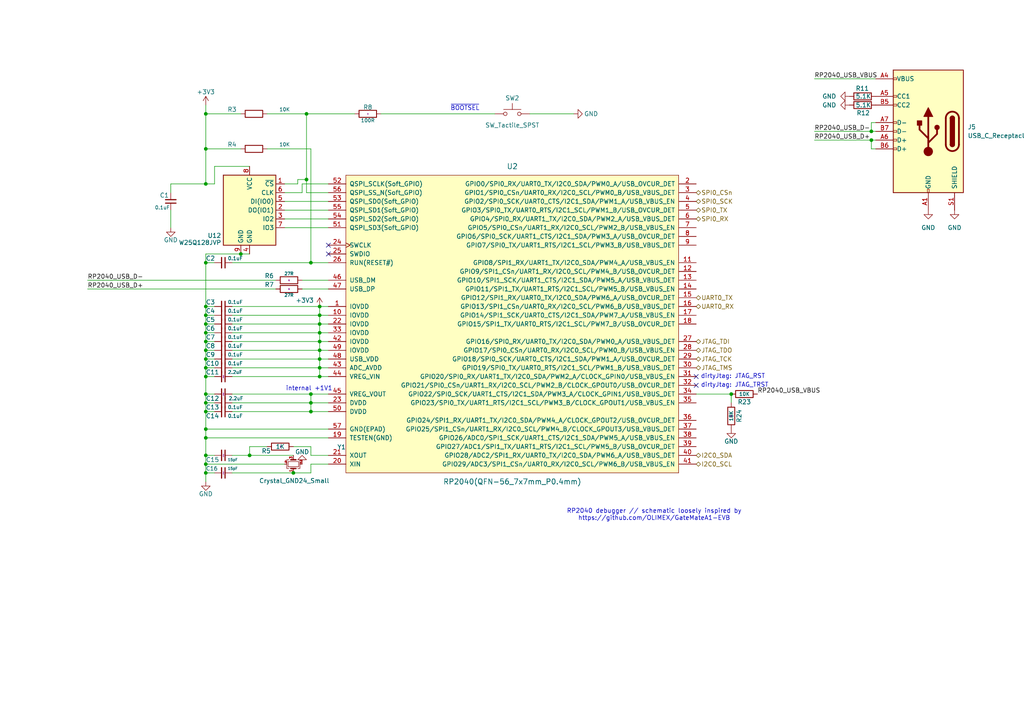
<source format=kicad_sch>
(kicad_sch (version 20250114) (generator "eeschema") (generator_version "9.0")
  (paper "A4")
  (lib_symbols
    (symbol "Connector:USB_C_Receptacle_USB2.0_14P" (pin_names (offset 1.016))
      (property "Reference" "J" (at 0 22.225 0))
      (property "Value" "USB_C_Receptacle_USB2.0_14P" (at 0 19.685 0))
      (symbol "USB_C_Receptacle_USB2.0_14P_0_0"
        (rectangle (start -0.254 -17.78) (end 0.254 -16.764))
        (rectangle (start 10.16 15.494) (end 9.144 14.986))
        (rectangle (start 10.16 10.414) (end 9.144 9.906))
        (rectangle (start 10.16 7.874) (end 9.144 7.366))
        (rectangle (start 10.16 2.794) (end 9.144 2.286))
        (rectangle (start 10.16 0.254) (end 9.144 -0.254))
        (rectangle (start 10.16 -2.286) (end 9.144 -2.794))
        (rectangle (start 10.16 -4.826) (end 9.144 -5.334))
      )
      (symbol "USB_C_Receptacle_USB2.0_14P_0_1"
        (rectangle (start -10.16 17.78) (end 10.16 -17.78) (stroke (width 0.254)) (fill (type background)))
        (polyline (pts (xy -8.89 -3.81) (xy -8.89 3.81)) (stroke (width 0.508)))
        (rectangle (start -7.62 -3.81) (end -6.35 3.81) (stroke (width 0.254)) (fill (type outline)))
        (arc (start -7.62 3.81) (mid -6.985 4.4423) (end -6.35 3.81) (stroke (width 0.254)))
        (arc (start -7.62 3.81) (mid -6.985 4.4423) (end -6.35 3.81) (stroke (width 0.254)) (fill (type outline)))
        (arc (start -8.89 3.81) (mid -6.985 5.7067) (end -5.08 3.81) (stroke (width 0.508)))
        (arc (start -5.08 -3.81) (mid -6.985 -5.7067) (end -8.89 -3.81) (stroke (width 0.508)))
        (arc (start -6.35 -3.81) (mid -6.985 -4.4423) (end -7.62 -3.81) (stroke (width 0.254)))
        (arc (start -6.35 -3.81) (mid -6.985 -4.4423) (end -7.62 -3.81) (stroke (width 0.254)) (fill (type outline)))
        (polyline (pts (xy -5.08 3.81) (xy -5.08 -3.81)) (stroke (width 0.508)))
        (circle (center -2.54 1.143) (radius 0.635) (stroke (width 0.254)) (fill (type outline)))
        (polyline (pts (xy -1.27 4.318) (xy 0 6.858) (xy 1.27 4.318) (xy -1.27 4.318)) (stroke (width 0.254)) (fill (type outline)))
        (polyline (pts (xy 0 -2.032) (xy 2.54 0.508) (xy 2.54 1.778)) (stroke (width 0.508)))
        (polyline (pts (xy 0 -3.302) (xy -2.54 -0.762) (xy -2.54 0.508)) (stroke (width 0.508)))
        (polyline (pts (xy 0 -5.842) (xy 0 4.318)) (stroke (width 0.508)))
        (circle (center 0 -5.842) (radius 1.27) (fill (type outline)))
        (rectangle (start 1.905 1.778) (end 3.175 3.048) (stroke (width 0.254)) (fill (type outline)))
      )
      (symbol "USB_C_Receptacle_USB2.0_14P_1_1"
        (pin passive line (at -7.62 -22.86 90) (length 5.08) (name "SHIELD") (number "S1"))
        (pin passive line (at 0 -22.86 90) (length 5.08) (name "GND") (number "A1"))
        (pin passive line (at 0 -22.86 90) (length 5.08) (hide yes) (name "GND") (number "A12"))
        (pin passive line (at 0 -22.86 90) (length 5.08) (hide yes) (name "GND") (number "B1"))
        (pin passive line (at 0 -22.86 90) (length 5.08) (hide yes) (name "GND") (number "B12"))
        (pin passive line (at 15.24 15.24 180) (length 5.08) (name "VBUS") (number "A4"))
        (pin passive line (at 15.24 15.24 180) (length 5.08) (hide yes) (name "VBUS") (number "A9"))
        (pin passive line (at 15.24 15.24 180) (length 5.08) (hide yes) (name "VBUS") (number "B4"))
        (pin passive line (at 15.24 15.24 180) (length 5.08) (hide yes) (name "VBUS") (number "B9"))
        (pin bidirectional line (at 15.24 10.16 180) (length 5.08) (name "CC1") (number "A5"))
        (pin bidirectional line (at 15.24 7.62 180) (length 5.08) (name "CC2") (number "B5"))
        (pin bidirectional line (at 15.24 2.54 180) (length 5.08) (name "D-") (number "A7"))
        (pin bidirectional line (at 15.24 0 180) (length 5.08) (name "D-") (number "B7"))
        (pin bidirectional line (at 15.24 -2.54 180) (length 5.08) (name "D+") (number "A6"))
        (pin bidirectional line (at 15.24 -5.08 180) (length 5.08) (name "D+") (number "B6"))
      )
    )
    (symbol "Device:Crystal_GND24_Small" (pin_names (offset 1.016) (hide yes))
      (property "Reference" "Y" (at 1.27 4.445 0))
      (property "Value" "Crystal_GND24_Small" (at 1.27 2.54 0))
      (symbol "Crystal_GND24_Small_0_1"
        (polyline (pts (xy -1.27 1.27) (xy -1.27 1.905) (xy 1.27 1.905) (xy 1.27 1.27)))
        (polyline (pts (xy -1.27 -0.762) (xy -1.27 0.762)) (stroke (width 0.381)))
        (polyline (pts (xy -1.27 -1.27) (xy -1.27 -1.905) (xy 1.27 -1.905) (xy 1.27 -1.27)))
        (rectangle (start -0.762 -1.524) (end 0.762 1.524))
        (polyline (pts (xy 1.27 -0.762) (xy 1.27 0.762)) (stroke (width 0.381)))
      )
      (symbol "Crystal_GND24_Small_1_1"
        (pin passive line (at -2.54 0 0) (length 1.27) (name "1") (number "1"))
        (pin passive line (at 0 2.54 270) (length 0.635) (name "4") (number "4"))
        (pin passive line (at 0 -2.54 90) (length 0.635) (name "2") (number "2"))
        (pin passive line (at 2.54 0 180) (length 1.27) (name "3") (number "3"))
      )
    )
    (symbol "Device:R" (pin_numbers (hide yes)) (pin_names (offset 0))
      (property "Reference" "R" (at 2.032 0 90))
      (property "Value" "R" (at 0 0 90))
      (symbol "R_0_1"
        (rectangle (start -1.016 -2.54) (end 1.016 2.54) (stroke (width 0.254)))
      )
      (symbol "R_1_1"
        (pin passive line (at 0 3.81 270) (length 1.27) (name "~") (number "1"))
        (pin passive line (at 0 -3.81 90) (length 1.27) (name "~") (number "2"))
      )
    )
    (symbol "Memory_Flash:W25Q32JVSS"
      (property "Reference" "U7" (at 15.24 15.24 0))
      (property "Value" "W25Q128JVP" (at 15.24 12.7 0))
      (symbol "W25Q32JVSS_0_1"
        (rectangle (start -7.62 10.16) (end 7.62 -10.16) (stroke (width 0.254)) (fill (type background)))
      )
      (symbol "W25Q32JVSS_1_1"
        (pin input line (at -10.16 7.62 0) (length 2.54) (name "~{CS}") (number "1"))
        (pin input line (at -10.16 5.08 0) (length 2.54) (name "CLK") (number "6"))
        (pin bidirectional line (at -10.16 2.54 0) (length 2.54) (name "DI(IO0)") (number "5"))
        (pin bidirectional line (at -10.16 0 0) (length 2.54) (name "DO(IO1)") (number "2"))
        (pin bidirectional line (at -10.16 -2.54 0) (length 2.54) (name "IO2") (number "3"))
        (pin bidirectional line (at -10.16 -5.08 0) (length 2.54) (name "IO3") (number "7"))
        (pin power_in line (at 0 12.7 270) (length 2.54) (name "VCC") (number "8"))
        (pin power_in line (at 0 -12.7 90) (length 2.54) (name "GND") (number "4"))
        (pin power_in line (at 2.54 -12.7 90) (length 2.54) (name "GND") (number "9"))
      )
    )
    (symbol "OLIMEX_IC:RP2040(QFN-56_7x7mm_P0.4mm)" (pin_names (offset 1.016))
      (property "Reference" "U" (at 0 45.72 0))
      (property "Value" "RP2040(QFN-56_7x7mm_P0.4mm)" (at 0 -45.72 0))
      (symbol "RP2040(QFN-56_7x7mm_P0.4mm)_0_1"
        (rectangle (start -48.26 43.18) (end 48.26 -43.18) (fill (type background)))
      )
      (symbol "RP2040(QFN-56_7x7mm_P0.4mm)_1_1"
        (pin bidirectional line (at -53.34 40.64 0) (length 5.08) (name "QSPI_SCLK(Soft_GPIO)") (number "52"))
        (pin bidirectional line (at -53.34 38.1 0) (length 5.08) (name "QSPI_SS_N(Soft_GPIO)") (number "56"))
        (pin bidirectional line (at -53.34 35.56 0) (length 5.08) (name "QSPI_SD0(Soft_GPIO)") (number "53"))
        (pin bidirectional line (at -53.34 33.02 0) (length 5.08) (name "QSPI_SD1(Soft_GPIO)") (number "55"))
        (pin bidirectional line (at -53.34 30.48 0) (length 5.08) (name "QSPI_SD2(Soft_GPIO)") (number "54"))
        (pin bidirectional line (at -53.34 27.94 0) (length 5.08) (name "QSPI_SD3(Soft_GPIO)") (number "51"))
        (pin input clock (at -53.34 22.86 0) (length 5.08) (name "SWCLK") (number "24"))
        (pin bidirectional line (at -53.34 20.32 0) (length 5.08) (name "SWDIO") (number "25"))
        (pin input line (at -53.34 17.78 0) (length 5.08) (name "RUN(RESET#)") (number "26"))
        (pin bidirectional line (at -53.34 12.7 0) (length 5.08) (name "USB_DM") (number "46"))
        (pin bidirectional line (at -53.34 10.16 0) (length 5.08) (name "USB_DP") (number "47"))
        (pin power_in line (at -53.34 5.08 0) (length 5.08) (name "IOVDD") (number "1"))
        (pin power_in line (at -53.34 2.54 0) (length 5.08) (name "IOVDD") (number "10"))
        (pin power_in line (at -53.34 0 0) (length 5.08) (name "IOVDD") (number "22"))
        (pin power_in line (at -53.34 -2.54 0) (length 5.08) (name "IOVDD") (number "33"))
        (pin power_in line (at -53.34 -5.08 0) (length 5.08) (name "IOVDD") (number "42"))
        (pin power_in line (at -53.34 -7.62 0) (length 5.08) (name "IOVDD") (number "49"))
        (pin power_in line (at -53.34 -10.16 0) (length 5.08) (name "USB_VDD") (number "48"))
        (pin power_in line (at -53.34 -12.7 0) (length 5.08) (name "ADC_AVDD") (number "43"))
        (pin power_in line (at -53.34 -15.24 0) (length 5.08) (name "VREG_VIN") (number "44"))
        (pin power_out line (at -53.34 -20.32 0) (length 5.08) (name "VREG_VOUT") (number "45"))
        (pin power_in line (at -53.34 -22.86 0) (length 5.08) (name "DVDD") (number "23"))
        (pin power_in line (at -53.34 -25.4 0) (length 5.08) (name "DVDD") (number "50"))
        (pin power_in line (at -53.34 -30.48 0) (length 5.08) (name "GND(EPAD)") (number "57"))
        (pin input line (at -53.34 -33.02 0) (length 5.08) (name "TESTEN(GND)") (number "19"))
        (pin output line (at -53.34 -38.1 0) (length 5.08) (name "XOUT") (number "21"))
        (pin input line (at -53.34 -40.64 0) (length 5.08) (name "XIN") (number "20"))
        (pin bidirectional line (at 53.34 40.64 180) (length 5.08) (name "GPIO0/SPI0_RX/UART0_TX/I2C0_SDA/PWM0_A/USB_OVCUR_DET") (number "2"))
        (pin bidirectional line (at 53.34 38.1 180) (length 5.08) (name "GPIO1/SPI0_CSn/UART0_RX/I2C0_SCL/PWM0_B/USB_VBUS_DET") (number "3"))
        (pin bidirectional line (at 53.34 35.56 180) (length 5.08) (name "GPIO2/SPI0_SCK/UART0_CTS/I2C1_SDA/PWM1_A/USB_VBUS_EN") (number "4"))
        (pin bidirectional line (at 53.34 33.02 180) (length 5.08) (name "GPIO3/SPI0_TX/UART0_RTS/I2C1_SCL/PWM1_B/USB_OVCUR_DET") (number "5"))
        (pin bidirectional line (at 53.34 30.48 180) (length 5.08) (name "GPIO4/SPI0_RX/UART1_TX/I2C0_SDA/PWM2_A/USB_VBUS_DET") (number "6"))
        (pin bidirectional line (at 53.34 27.94 180) (length 5.08) (name "GPIO5/SPI0_CSn/UART1_RX/I2C0_SCL/PWM2_B/USB_VBUS_EN") (number "7"))
        (pin bidirectional line (at 53.34 25.4 180) (length 5.08) (name "GPIO6/SPI0_SCK/UART1_CTS/I2C1_SDA/PWM3_A/USB_OVCUR_DET") (number "8"))
        (pin bidirectional line (at 53.34 22.86 180) (length 5.08) (name "GPIO7/SPI0_TX/UART1_RTS/I2C1_SCL/PWM3_B/USB_VBUS_DET") (number "9"))
        (pin bidirectional line (at 53.34 17.78 180) (length 5.08) (name "GPIO8/SPI1_RX/UART1_TX/I2C0_SDA/PWM4_A/USB_VBUS_EN") (number "11"))
        (pin bidirectional line (at 53.34 15.24 180) (length 5.08) (name "GPIO9/SPI1_CSn/UART1_RX/I2C0_SCL/PWM4_B/USB_OVCUR_DET") (number "12"))
        (pin bidirectional line (at 53.34 12.7 180) (length 5.08) (name "GPIO10/SPI1_SCK/UART1_CTS/I2C1_SDA/PWM5_A/USB_VBUS_DET") (number "13"))
        (pin bidirectional line (at 53.34 10.16 180) (length 5.08) (name "GPIO11/SPI1_TX/UART1_RTS/I2C1_SCL/PWM5_B/USB_VBUS_EN") (number "14"))
        (pin bidirectional line (at 53.34 7.62 180) (length 5.08) (name "GPIO12/SPI1_RX/UART0_TX/I2C0_SDA/PWM6_A/USB_OVCUR_DET") (number "15"))
        (pin bidirectional line (at 53.34 5.08 180) (length 5.08) (name "GPIO13/SPI1_CSn/UART0_RX/I2C0_SCL/PWM6_B/USB_VBUS_DET") (number "16"))
        (pin bidirectional line (at 53.34 2.54 180) (length 5.08) (name "GPIO14/SPI1_SCK/UART0_CTS/I2C1_SDA/PWM7_A/USB_VBUS_EN") (number "17"))
        (pin bidirectional line (at 53.34 0 180) (length 5.08) (name "GPIO15/SPI1_TX/UART0_RTS/I2C1_SCL/PWM7_B/USB_OVCUR_DET") (number "18"))
        (pin bidirectional line (at 53.34 -5.08 180) (length 5.08) (name "GPIO16/SPI0_RX/UART0_TX/I2C0_SDA/PWM0_A/USB_VBUS_DET") (number "27"))
        (pin bidirectional line (at 53.34 -7.62 180) (length 5.08) (name "GPIO17/SPI0_CSn/UART0_RX/I2C0_SCL/PWM0_B/USB_VBUS_EN") (number "28"))
        (pin bidirectional line (at 53.34 -10.16 180) (length 5.08) (name "GPIO18/SPI0_SCK/UART0_CTS/I2C1_SDA/PWM1_A/USB_OVCUR_DET") (number "29"))
        (pin bidirectional line (at 53.34 -12.7 180) (length 5.08) (name "GPIO19/SPI0_TX/UART0_RTS/I2C1_SCL/PWM1_B/USB_VBUS_DET") (number "30"))
        (pin bidirectional line (at 53.34 -15.24 180) (length 5.08) (name "GPIO20/SPI0_RX/UART1_TX/I2C0_SDA/PWM2_A/CLOCK_GPIN0/USB_VBUS_EN") (number "31"))
        (pin bidirectional line (at 53.34 -17.78 180) (length 5.08) (name "GPIO21/SPI0_CSn/UART1_RX/I2C0_SCL/PWM2_B/CLOCK_GPOUT0/USB_OVCUR_DET") (number "32"))
        (pin bidirectional line (at 53.34 -20.32 180) (length 5.08) (name "GPIO22/SPI0_SCK/UART1_CTS/I2C1_SDA/PWM3_A/CLOCK_GPIN1/USB_VBUS_DET") (number "34"))
        (pin bidirectional line (at 53.34 -22.86 180) (length 5.08) (name "GPIO23/SPI0_TX/UART1_RTS/I2C1_SCL/PWM3_B/CLOCK_GPOUT1/USB_VBUS_EN") (number "35"))
        (pin bidirectional line (at 53.34 -27.94 180) (length 5.08) (name "GPIO24/SPI1_RX/UART1_TX/I2C0_SDA/PWM4_A/CLOCK_GPOUT2/USB_OVCUR_DET") (number "36"))
        (pin bidirectional line (at 53.34 -30.48 180) (length 5.08) (name "GPIO25/SPI1_CSn/UART1_RX/I2C0_SCL/PWM4_B/CLOCK_GPOUT3/USB_VBUS_DET") (number "37"))
        (pin bidirectional line (at 53.34 -33.02 180) (length 5.08) (name "GPIO26/ADC0/SPI1_SCK/UART1_CTS/I2C1_SDA/PWM5_A/USB_VBUS_EN") (number "38"))
        (pin bidirectional line (at 53.34 -35.56 180) (length 5.08) (name "GPIO27/ADC1/SPI1_TX/UART1_RTS/I2C1_SCL/PWM5_B/USB_OVCUR_DET") (number "39"))
        (pin bidirectional line (at 53.34 -38.1 180) (length 5.08) (name "GPIO28/ADC2/SPI1_RX/UART0_TX/I2C0_SDA/PWM6_A/USB_VBUS_DET") (number "40"))
        (pin bidirectional line (at 53.34 -40.64 180) (length 5.08) (name "GPIO29/ADC3/SPI1_CSn/UART0_RX/I2C0_SCL/PWM6_B/USB_VBUS_EN") (number "41"))
      )
    )
    (symbol "OLIMEX_Power:+2V5" (power) (pin_names (offset 0))
      (property "Value" "+2V5" (at 0 3.556 0))
      (symbol "+2V5_0_1"
        (polyline (pts (xy -0.762 1.27) (xy 0 2.54)))
        (polyline (pts (xy 0 2.54) (xy 0.762 1.27)))
        (polyline (pts (xy 0 0) (xy 0 2.54)))
      )
      (symbol "+2V5_1_1"
        (pin power_in line (at 0 0 90) (length 0) (hide yes) (name "+2V5") (number "1"))
      )
    )
    (symbol "OLIMEX_Power:+3V3" (power) (pin_names (offset 0))
      (property "Value" "+3V3" (at 0 3.556 0))
      (symbol "+3V3_0_1"
        (polyline (pts (xy -0.762 1.27) (xy 0 2.54)))
        (polyline (pts (xy 0 2.54) (xy 0.762 1.27)))
        (polyline (pts (xy 0 0) (xy 0 2.54)))
      )
      (symbol "+3V3_1_1"
        (pin power_in line (at 0 0 90) (length 0) (hide yes) (name "+3V3") (number "1"))
      )
    )
    (symbol "OLIMEX_Power:GND" (power) (pin_names (offset 0))
      (property "Value" "GND" (at 0 -3.81 0))
      (symbol "GND_0_1"
        (polyline (pts (xy 0 0) (xy 0 -1.27) (xy 1.27 -1.27) (xy 0 -2.54) (xy -1.27 -1.27) (xy 0 -1.27)))
      )
      (symbol "GND_1_1"
        (pin power_in line (at 0 0 270) (length 0) (hide yes) (name "GND") (number "1"))
      )
    )
    (symbol "OLIMEX_RCL:C" (pin_numbers (hide yes)) (pin_names (offset 0.254) (hide yes))
      (property "Reference" "C" (at 0.254 1.778 0))
      (property "Value" "C" (at 0.254 -2.032 0))
      (symbol "C_0_1"
        (polyline (pts (xy -1.524 0.508) (xy 1.524 0.508)) (stroke (width 0.3048)))
        (polyline (pts (xy -1.524 -0.508) (xy 1.524 -0.508)) (stroke (width 0.3302)))
      )
      (symbol "C_1_1"
        (pin passive line (at 0 2.54 270) (length 1.905) (name "~") (number "1"))
        (pin passive line (at 0 -2.54 90) (length 2.032) (name "~") (number "2"))
      )
    )
    (symbol "OLIMEX_RCL:R" (pin_numbers (hide yes)) (pin_names (offset 0))
      (property "Reference" "R" (at 0 2.032 0))
      (property "Value" "R" (at 0 0 0))
      (symbol "R_0_1"
        (rectangle (start 2.54 -1.016) (end -2.54 1.016) (stroke (width 0.254)))
      )
      (symbol "R_1_1"
        (pin passive line (at -3.81 0 0) (length 1.27) (name "~") (number "1"))
        (pin passive line (at 3.81 0 180) (length 1.27) (name "~") (number "2"))
      )
    )
    (symbol "Switch:SW_Push" (pin_numbers (hide yes)) (pin_names (offset 1.016) (hide yes))
      (property "Reference" "SW" (at 1.27 2.54 0))
      (property "Value" "SW_Push" (at 0 -1.524 0))
      (symbol "SW_Push_0_1"
        (circle (center -2.032 0) (radius 0.508))
        (polyline (pts (xy 0 1.27) (xy 0 3.048)))
        (circle (center 2.032 0) (radius 0.508))
        (polyline (pts (xy 2.54 1.27) (xy -2.54 1.27)))
        (pin passive line (at -5.08 0 0) (length 2.54) (name "1") (number "1"))
        (pin passive line (at 5.08 0 180) (length 2.54) (name "2") (number "2"))
      )
    )
    (symbol "power:GND" (power) (pin_names (offset 0))
      (property "Value" "GND" (at 0 -3.81 0))
      (symbol "GND_0_1"
        (polyline (pts (xy 0 0) (xy 0 -1.27) (xy 1.27 -1.27) (xy 0 -2.54) (xy -1.27 -1.27) (xy 0 -1.27)))
      )
      (symbol "GND_1_1"
        (pin power_in line (at 0 0 270) (length 0) (hide yes) (name "GND") (number "1"))
      )
    )
  )
  (text "dirtyJtag: JTAG_TRST" (at 213.106 111.76 0) (effects (font (size 1.27 1.27))))
  (text "internal +1V1" (at 89.662 112.776 0) (effects (font (size 1.27 1.27))))
  (text "~{BOOTSEL}" (at 134.874 31.496 0) (effects (font (size 1.27 1.27))))
  (text "dirtyJtag: JTAG_RST" (at 212.598 109.22 0) (effects (font (size 1.27 1.27))))
  (text "RP2040 debugger // schematic loosely inspired by\nhttps://github.com/OLIMEX/GateMateA1-EVB" (at 189.738 149.352 0) (effects (font (size 1.27 1.27))))
  (junction (at 90.17 116.84))
  (junction (at 92.71 109.22))
  (junction (at 92.71 88.9))
  (junction (at 59.69 96.52))
  (junction (at 72.39 132.08))
  (junction (at 69.85 73.66))
  (junction (at 59.69 114.3))
  (junction (at 59.69 106.68))
  (junction (at 59.69 91.44))
  (junction (at 252.73 40.64))
  (junction (at 59.69 88.9))
  (junction (at 59.69 101.6))
  (junction (at 252.73 38.1))
  (junction (at 85.09 137.16))
  (junction (at 88.9 52.07))
  (junction (at 92.71 104.14))
  (junction (at 59.69 137.16))
  (junction (at 59.69 93.98))
  (junction (at 59.69 132.08))
  (junction (at 59.69 33.02))
  (junction (at 59.69 53.34))
  (junction (at 92.71 99.06))
  (junction (at 92.71 93.98))
  (junction (at 59.69 127))
  (junction (at 88.9 33.02))
  (junction (at 59.69 104.14))
  (junction (at 92.71 91.44))
  (junction (at 59.69 119.38))
  (junction (at 212.09 114.3))
  (junction (at 59.69 134.62))
  (junction (at 92.71 106.68))
  (junction (at 90.17 114.3))
  (junction (at 90.17 119.38))
  (junction (at 59.69 76.2))
  (junction (at 59.69 116.84))
  (junction (at 90.17 76.2))
  (junction (at 59.69 99.06))
  (junction (at 59.69 109.22))
  (junction (at 92.71 96.52))
  (junction (at 59.69 43.18))
  (junction (at 92.71 101.6))
  (junction (at 59.69 124.46))
  (no_connect (at 201.93 109.22))
  (no_connect (at 95.25 71.12))
  (no_connect (at 201.93 111.76))
  (no_connect (at 95.25 73.66))
  (wire (pts (xy 92.71 91.44) (xy 95.25 91.44)))
  (wire (pts (xy 25.4 83.82) (xy 80.01 83.82)))
  (wire (pts (xy 87.63 81.28) (xy 95.25 81.28)))
  (wire (pts (xy 59.69 43.18) (xy 59.69 53.34)))
  (wire (pts (xy 92.71 101.6) (xy 95.25 101.6)))
  (wire (pts (xy 67.31 93.98) (xy 92.71 93.98)))
  (wire (pts (xy 67.31 91.44) (xy 92.71 91.44)))
  (wire (pts (xy 92.71 96.52) (xy 95.25 96.52)))
  (wire (pts (xy 90.17 137.16) (xy 90.17 134.62)))
  (wire (pts (xy 254 35.56) (xy 252.73 35.56)))
  (wire (pts (xy 92.71 96.52) (xy 92.71 99.06)))
  (wire (pts (xy 62.23 76.2) (xy 59.69 76.2)))
  (wire (pts (xy 59.69 91.44) (xy 59.69 93.98)))
  (wire (pts (xy 67.31 96.52) (xy 92.71 96.52)))
  (wire (pts (xy 69.85 73.66) (xy 72.39 73.66)))
  (wire (pts (xy 252.73 40.64) (xy 254 40.64)))
  (wire (pts (xy 59.69 127) (xy 59.69 132.08)))
  (wire (pts (xy 92.71 99.06) (xy 95.25 99.06)))
  (wire (pts (xy 92.71 104.14) (xy 92.71 106.68)))
  (wire (pts (xy 77.47 129.54) (xy 72.39 129.54)))
  (wire (pts (xy 59.69 106.68) (xy 59.69 109.22)))
  (wire (pts (xy 82.55 63.5) (xy 95.25 63.5)))
  (wire (pts (xy 62.23 88.9) (xy 59.69 88.9)))
  (wire (pts (xy 110.49 33.02) (xy 143.51 33.02)))
  (wire (pts (xy 67.31 106.68) (xy 92.71 106.68)))
  (wire (pts (xy 95.25 60.96) (xy 82.55 60.96)))
  (wire (pts (xy 59.69 99.06) (xy 59.69 101.6)))
  (wire (pts (xy 62.23 101.6) (xy 59.69 101.6)))
  (wire (pts (xy 90.17 132.08) (xy 95.25 132.08)))
  (wire (pts (xy 88.9 52.07) (xy 86.36 52.07)))
  (wire (pts (xy 95.25 124.46) (xy 59.69 124.46)))
  (wire (pts (xy 62.23 93.98) (xy 59.69 93.98)))
  (wire (pts (xy 82.55 134.62) (xy 59.69 134.62)))
  (wire (pts (xy 77.47 43.18) (xy 90.17 43.18)))
  (wire (pts (xy 77.47 33.02) (xy 88.9 33.02)))
  (wire (pts (xy 59.69 76.2) (xy 59.69 73.66)))
  (wire (pts (xy 92.71 101.6) (xy 92.71 104.14)))
  (wire (pts (xy 62.23 119.38) (xy 59.69 119.38)))
  (wire (pts (xy 59.69 96.52) (xy 59.69 99.06)))
  (wire (pts (xy 62.23 109.22) (xy 59.69 109.22)))
  (wire (pts (xy 59.69 116.84) (xy 59.69 119.38)))
  (wire (pts (xy 90.17 116.84) (xy 90.17 119.38)))
  (wire (pts (xy 72.39 132.08) (xy 85.09 132.08)))
  (wire (pts (xy 62.23 114.3) (xy 59.69 114.3)))
  (wire (pts (xy 67.31 119.38) (xy 90.17 119.38)))
  (wire (pts (xy 82.55 66.04) (xy 95.25 66.04)))
  (wire (pts (xy 86.36 52.07) (xy 86.36 53.34)))
  (wire (pts (xy 59.69 33.02) (xy 69.85 33.02)))
  (wire (pts (xy 67.31 101.6) (xy 92.71 101.6)))
  (wire (pts (xy 90.17 43.18) (xy 90.17 76.2)))
  (wire (pts (xy 92.71 93.98) (xy 92.71 96.52)))
  (wire (pts (xy 92.71 88.9) (xy 95.25 88.9)))
  (wire (pts (xy 95.25 127) (xy 59.69 127)))
  (wire (pts (xy 92.71 106.68) (xy 92.71 109.22)))
  (wire (pts (xy 92.71 109.22) (xy 95.25 109.22)))
  (wire (pts (xy 92.71 106.68) (xy 95.25 106.68)))
  (wire (pts (xy 67.31 109.22) (xy 92.71 109.22)))
  (wire (pts (xy 59.69 132.08) (xy 59.69 134.62)))
  (wire (pts (xy 90.17 119.38) (xy 95.25 119.38)))
  (wire (pts (xy 88.9 33.02) (xy 88.9 52.07)))
  (wire (pts (xy 67.31 88.9) (xy 92.71 88.9)))
  (wire (pts (xy 67.31 137.16) (xy 85.09 137.16)))
  (wire (pts (xy 72.39 48.26) (xy 62.23 48.26)))
  (wire (pts (xy 59.69 43.18) (xy 69.85 43.18)))
  (wire (pts (xy 92.71 91.44) (xy 92.71 93.98)))
  (wire (pts (xy 254 43.18) (xy 252.73 43.18)))
  (wire (pts (xy 59.69 76.2) (xy 59.69 88.9)))
  (wire (pts (xy 62.23 91.44) (xy 59.69 91.44)))
  (wire (pts (xy 88.9 55.88) (xy 88.9 52.07)))
  (wire (pts (xy 59.69 30.48) (xy 59.69 33.02)))
  (wire (pts (xy 92.71 88.9) (xy 92.71 91.44)))
  (wire (pts (xy 236.22 22.86) (xy 254 22.86)))
  (wire (pts (xy 67.31 76.2) (xy 90.17 76.2)))
  (wire (pts (xy 90.17 116.84) (xy 95.25 116.84)))
  (wire (pts (xy 25.4 81.28) (xy 80.01 81.28)))
  (wire (pts (xy 62.23 53.34) (xy 59.69 53.34)))
  (wire (pts (xy 59.69 114.3) (xy 59.69 116.84)))
  (wire (pts (xy 59.69 109.22) (xy 59.69 114.3)))
  (wire (pts (xy 67.31 132.08) (xy 72.39 132.08)))
  (wire (pts (xy 62.23 104.14) (xy 59.69 104.14)))
  (wire (pts (xy 212.09 116.84) (xy 212.09 114.3)))
  (wire (pts (xy 62.23 132.08) (xy 59.69 132.08)))
  (wire (pts (xy 90.17 76.2) (xy 95.25 76.2)))
  (wire (pts (xy 86.36 53.34) (xy 82.55 53.34)))
  (wire (pts (xy 90.17 114.3) (xy 67.31 114.3)))
  (wire (pts (xy 252.73 38.1) (xy 254 38.1)))
  (wire (pts (xy 62.23 106.68) (xy 59.69 106.68)))
  (wire (pts (xy 95.25 58.42) (xy 82.55 58.42)))
  (wire (pts (xy 90.17 129.54) (xy 90.17 132.08)))
  (wire (pts (xy 88.9 33.02) (xy 102.87 33.02)))
  (wire (pts (xy 62.23 96.52) (xy 59.69 96.52)))
  (wire (pts (xy 59.69 137.16) (xy 59.69 139.7)))
  (wire (pts (xy 49.53 53.34) (xy 49.53 55.88)))
  (wire (pts (xy 62.23 116.84) (xy 59.69 116.84)))
  (wire (pts (xy 67.31 104.14) (xy 92.71 104.14)))
  (wire (pts (xy 62.23 137.16) (xy 59.69 137.16)))
  (wire (pts (xy 59.69 119.38) (xy 59.69 124.46)))
  (wire (pts (xy 201.93 114.3) (xy 212.09 114.3)))
  (wire (pts (xy 59.69 88.9) (xy 59.69 91.44)))
  (wire (pts (xy 67.31 99.06) (xy 92.71 99.06)))
  (wire (pts (xy 67.31 116.84) (xy 90.17 116.84)))
  (wire (pts (xy 82.55 55.88) (xy 87.63 55.88)))
  (wire (pts (xy 88.9 55.88) (xy 95.25 55.88)))
  (wire (pts (xy 59.69 73.66) (xy 69.85 73.66)))
  (wire (pts (xy 90.17 114.3) (xy 90.17 116.84)))
  (wire (pts (xy 85.09 129.54) (xy 90.17 129.54)))
  (wire (pts (xy 49.53 60.96) (xy 49.53 66.04)))
  (wire (pts (xy 87.63 83.82) (xy 95.25 83.82)))
  (wire (pts (xy 95.25 114.3) (xy 90.17 114.3)))
  (wire (pts (xy 87.63 53.34) (xy 95.25 53.34)))
  (wire (pts (xy 92.71 104.14) (xy 95.25 104.14)))
  (wire (pts (xy 59.69 134.62) (xy 59.69 137.16)))
  (wire (pts (xy 153.67 33.02) (xy 166.37 33.02)))
  (wire (pts (xy 59.69 124.46) (xy 59.69 127)))
  (wire (pts (xy 62.23 48.26) (xy 62.23 53.34)))
  (wire (pts (xy 85.09 137.16) (xy 90.17 137.16)))
  (wire (pts (xy 252.73 35.56) (xy 252.73 38.1)))
  (wire (pts (xy 92.71 99.06) (xy 92.71 101.6)))
  (wire (pts (xy 92.71 93.98) (xy 95.25 93.98)))
  (wire (pts (xy 72.39 129.54) (xy 72.39 132.08)))
  (wire (pts (xy 59.69 104.14) (xy 59.69 106.68)))
  (wire (pts (xy 87.63 55.88) (xy 87.63 53.34)))
  (wire (pts (xy 49.53 53.34) (xy 59.69 53.34)))
  (wire (pts (xy 90.17 134.62) (xy 95.25 134.62)))
  (wire (pts (xy 236.22 40.64) (xy 252.73 40.64)))
  (wire (pts (xy 252.73 43.18) (xy 252.73 40.64)))
  (wire (pts (xy 59.69 101.6) (xy 59.69 104.14)))
  (wire (pts (xy 59.69 33.02) (xy 59.69 43.18)))
  (wire (pts (xy 62.23 99.06) (xy 59.69 99.06)))
  (wire (pts (xy 236.22 38.1) (xy 252.73 38.1)))
  (wire (pts (xy 59.69 93.98) (xy 59.69 96.52)))
  (label "RP2040_USB_VBUS" (at 219.71 114.3 0))
  (label "RP2040_USB_D+" (at 236.22 40.64 0))
  (label "RP2040_USB_D-" (at 236.22 38.1 0))
  (label "RP2040_USB_D-" (at 25.4 81.28 0))
  (label "RP2040_USB_VBUS" (at 236.22 22.86 0))
  (label "RP2040_USB_D+" (at 25.4 83.82 0))
  (hierarchical_label "SPI0_TX" (shape bidirectional) (at 201.93 60.96 0))
  (hierarchical_label "JTAG_TCK" (shape bidirectional) (at 201.93 104.14 0))
  (hierarchical_label "SPI0_SCK" (shape bidirectional) (at 201.93 58.42 0))
  (hierarchical_label "JTAG_TMS" (shape bidirectional) (at 201.93 106.68 0))
  (hierarchical_label "SPI0_RX" (shape bidirectional) (at 201.93 63.5 0))
  (hierarchical_label "UART0_TX" (shape bidirectional) (at 201.93 86.36 0))
  (hierarchical_label "I2C0_SCL" (shape bidirectional) (at 201.93 134.62 0))
  (hierarchical_label "JTAG_TDI" (shape bidirectional) (at 201.93 99.06 0))
  (hierarchical_label "SPI0_CSn" (shape bidirectional) (at 201.93 55.88 0))
  (hierarchical_label "I2C0_SDA" (shape bidirectional) (at 201.93 132.08 0))
  (hierarchical_label "JTAG_TDO" (shape bidirectional) (at 201.93 101.6 0))
  (hierarchical_label "UART0_RX" (shape bidirectional) (at 201.93 88.9 0))
  (symbol (lib_id "Device:R") (at 250.19 27.94 270) (unit 1)
    (property "Reference" "R11" (at 248.158 25.654 90) (effects (justify left)))
    (property "Value" "5.1K" (at 248.158 27.94 90) (effects (justify left)))
    (property "Footprint" "Resistor_SMD:R_0402_1005Metric" (effects (hide yes)))
    (property "Mfg" "Yageo" (effects (hide yes)))
    (property "PN" "RC0402FR-075K1L" (effects (hide yes)))
    (property "lcsc#" "C25905" (effects (hide yes)))
    (property "LCSC" "C25905" (effects (hide yes)))
  )
  (symbol (lib_id "OLIMEX_RCL:R") (at 83.82 83.82 0) (unit 1) (exclude_from_sim yes)
    (property "Reference" "R7" (at 78.105 82.55 0))
    (property "Value" "27R" (at 83.82 85.598 0) (effects (font (size 0.889 0.889))))
    (property "Footprint" "Resistor_SMD:R_0402_1005Metric" (effects (hide yes)))
    (property "Datasheet" "~" (at 83.82 83.82 90) (effects (font (size 0.762 0.762))))
    (property "Fieldname 1" "Value 1" (effects (hide yes)))
    (property "Fieldname2" "Value2" (effects (hide yes)))
    (property "Fieldname3" "Value3" (effects (hide yes)))
    (property "lcsc#" "C138021" (effects (hide yes)))
    (property "LCSC" "C138021" (effects (hide yes)))
  )
  (symbol (lib_id "OLIMEX_RCL:C") (at 64.77 88.9 270) (unit 1)
    (property "Reference" "C3" (at 59.69 87.63 90) (effects (justify left)))
    (property "Value" "0.1uF" (at 66.04 87.63 90) (effects (font (size 1.016 1.016)) (justify left)))
    (property "Footprint" "Capacitor_SMD:C_0402_1005Metric" (effects (hide yes)))
    (property "lcsc#" " C307331" (effects (hide yes)))
    (property "LCSC" "C307331" (effects (hide yes)))
  )
  (symbol (lib_id "OLIMEX_RCL:R") (at 212.09 120.65 90) (unit 1) (exclude_from_sim yes)
    (property "Reference" "R24" (at 214.376 120.65 0))
    (property "Value" "18K" (at 212.09 120.65 0) (effects (font (size 1.016 1.016))))
    (property "Footprint" "Resistor_SMD:R_0402_1005Metric" (effects (hide yes)))
    (property "Datasheet" "~" (at 212.09 120.65 90) (effects (font (size 0.762 0.762))))
    (property "Fieldname 1" "Value 1" (effects (hide yes)))
    (property "Fieldname2" "Value2" (effects (hide yes)))
    (property "Fieldname3" "Value3" (effects (hide yes)))
    (property "lcsc#" " C138044" (effects (hide yes)))
    (property "LCSC" "C25762" (effects (hide yes)))
  )
  (symbol (lib_id "power:GND") (at 246.38 27.94 270) (mirror x) (unit 1)
    (property "Reference" "#PWR020" (effects (hide yes)))
    (property "Value" "GND" (at 242.57 27.9399 90) (effects (justify right)))
  )
  (symbol (lib_id "OLIMEX_Power:+2V5") (at 59.69 30.48 0) (unit 1)
    (property "Reference" "#PWR05" (effects (hide yes)))
    (property "Value" "+3V3" (at 59.69 26.67 0))
  )
  (symbol (lib_id "Switch:SW_Push") (at 148.59 33.02 0) (mirror y) (unit 1)
    (property "Reference" "SW2" (at 148.59 28.448 0))
    (property "Value" "SW_Tactile_SPST" (at 148.59 36.322 0))
    (property "Footprint" "Button_Switch_SMD:SW_SPST_SKQG_WithStem" (effects (hide yes)))
    (property "Description" "Push button switch, generic, two pins" (effects (hide yes)))
    (property "lcsc#" "C202424" (effects (hide yes)))
    (property "LCSC" "C202424" (effects (hide yes)))
  )
  (symbol (lib_id "Device:Crystal_GND24_Small") (at 85.09 134.62 90) (unit 1)
    (property "Reference" "Y1" (at 99.06 129.6668 90))
    (property "Value" "Crystal_GND24_Small" (at 85.344 139.446 90))
    (property "Footprint" "Crystal:Crystal_SMD_3225-4Pin_3.2x2.5mm" (effects (hide yes)))
    (property "Description" "Four pin crystal, GND on pins 2 and 4, small symbol" (effects (hide yes)))
    (property "lcsc#" "C20625731" (effects (hide yes)))
    (property "mfg#" "ABM8-272-T3" (effects (hide yes)))
    (property "LCSC" "C20625731" (effects (hide yes)))
  )
  (symbol (lib_id "OLIMEX_Power:GND") (at 49.53 66.04 0) (unit 1)
    (property "Reference" "#PWR01" (effects (hide yes)))
    (property "Value" "GND" (at 49.53 69.596 0))
  )
  (symbol (lib_id "OLIMEX_RCL:R") (at 215.9 114.3 0) (unit 1) (exclude_from_sim yes)
    (property "Reference" "R23" (at 215.9 116.586 0))
    (property "Value" "10K" (at 215.9 114.3 0) (effects (font (size 1.016 1.016))))
    (property "Footprint" "Resistor_SMD:R_0402_1005Metric" (effects (hide yes)))
    (property "Fieldname 1" "Value 1" (effects (hide yes)))
    (property "Fieldname2" "Value2" (effects (hide yes)))
    (property "Fieldname3" "Value3" (effects (hide yes)))
    (property "lcsc#" "C25744" (effects (hide yes)))
    (property "LCSC" "C25744" (effects (hide yes)))
  )
  (symbol (lib_id "OLIMEX_RCL:C") (at 64.77 106.68 270) (unit 1)
    (property "Reference" "C10" (at 59.69 105.41 90) (effects (justify left)))
    (property "Value" "0.1uF" (at 66.04 105.41 90) (effects (font (size 1.016 1.016)) (justify left)))
    (property "Footprint" "Capacitor_SMD:C_0402_1005Metric" (effects (hide yes)))
    (property "lcsc#" " C307331" (effects (hide yes)))
    (property "LCSC" "C307331" (effects (hide yes)))
  )
  (symbol (lib_id "Connector:USB_C_Receptacle_USB2.0_14P") (at 269.24 38.1 0) (mirror y) (unit 1)
    (property "Reference" "J5" (at 280.67 36.8299 0) (effects (justify right)))
    (property "Value" "USB_C_Receptacle_USB2.0_14P" (at 280.67 39.3699 0) (effects (justify right)))
    (property "Footprint" "usb:USB-C-TH_U264-141N-4BAC10" (effects (hide yes)))
    (property "Datasheet" "https://www.usb.org/sites/default/files/documents/usb_type-c.zip" (effects (hide yes)))
    (property "Description" "USB 2.0-only 14P Type-C Receptacle connector" (effects (hide yes)))
    (property "lcsc#" "C692526" (effects (hide yes)))
    (property "LCSC" "C692526" (effects (hide yes)))
  )
  (symbol (lib_id "OLIMEX_RCL:R") (at 81.28 129.54 0) (unit 1) (exclude_from_sim yes)
    (property "Reference" "R5" (at 77.216 130.81 0))
    (property "Value" "1K" (at 81.28 129.54 0))
    (property "Footprint" "Resistor_SMD:R_0402_1005Metric" (effects (hide yes)))
    (property "Datasheet" "~" (at 81.28 129.54 90) (effects (font (size 0.762 0.762))))
    (property "lcsc#" " C11702" (effects (hide yes)))
    (property "LCSC" "C11702" (effects (hide yes)))
  )
  (symbol (lib_id "Memory_Flash:W25Q32JVSS") (at 72.39 60.96 0) (mirror y) (unit 1)
    (property "Reference" "U12" (at 60.198 68.326 0) (effects (justify right)))
    (property "Value" "W25Q128JVP" (at 51.816 70.358 0) (effects (justify right)))
    (property "Footprint" "package-son:WSON-8-1EP_6x5mm_P1.27mm_EP3.4x4mm" (effects (hide yes)))
    (property "Manufacturer" "Winbond" (effects (hide yes)))
    (property "Part Number" "W25Q128JVPIQ" (effects (hide yes)))
    (property "lcsc#" "C190862" (effects (hide yes)))
  )
  (symbol (lib_id "OLIMEX_RCL:C") (at 64.77 101.6 270) (unit 1)
    (property "Reference" "C8" (at 59.69 100.33 90) (effects (justify left)))
    (property "Value" "0.1uF" (at 66.04 100.33 90) (effects (font (size 1.016 1.016)) (justify left)))
    (property "Footprint" "Capacitor_SMD:C_0402_1005Metric" (effects (hide yes)))
    (property "lcsc#" " C307331" (effects (hide yes)))
    (property "LCSC" "C307331" (effects (hide yes)))
  )
  (symbol (lib_id "power:GND") (at 269.24 60.96 0) (mirror y) (unit 1)
    (property "Reference" "#PWR053" (effects (hide yes)))
    (property "Value" "GND" (at 269.24 66.04 0))
  )
  (symbol (lib_id "power:GND") (at 246.38 30.48 270) (mirror x) (unit 1)
    (property "Reference" "#PWR052" (effects (hide yes)))
    (property "Value" "GND" (at 242.57 30.4799 90) (effects (justify right)))
  )
  (symbol (lib_id "OLIMEX_RCL:C") (at 64.77 119.38 270) (mirror x) (unit 1)
    (property "Reference" "C14" (at 59.69 120.65 90) (effects (justify left)))
    (property "Value" "0.1uF" (at 66.04 120.65 90) (effects (font (size 1.016 1.016)) (justify left)))
    (property "Footprint" "Capacitor_SMD:C_0402_1005Metric" (effects (hide yes)))
    (property "lcsc#" " C307331" (effects (hide yes)))
    (property "LCSC" "C307331" (effects (hide yes)))
  )
  (symbol (lib_id "OLIMEX_RCL:R") (at 106.68 33.02 0) (unit 1) (exclude_from_sim yes)
    (property "Reference" "R8" (at 106.68 31.115 0))
    (property "Value" "100R" (at 106.68 34.925 0) (effects (font (size 1.016 1.016))))
    (property "Footprint" "Resistor_SMD:R_0402_1005Metric" (effects (hide yes)))
    (property "Datasheet" "~" (at 106.68 33.02 90) (effects (font (size 0.762 0.762))))
    (property "lcsc#" "C25076" (effects (hide yes)))
    (property "LCSC" "C25076" (effects (hide yes)))
  )
  (symbol (lib_id "OLIMEX_RCL:C") (at 64.77 132.08 270) (mirror x) (unit 1)
    (property "Reference" "C15" (at 59.69 133.35 90) (effects (justify left)))
    (property "Value" "15pF" (at 66.04 133.35 90) (effects (font (size 0.762 0.762)) (justify left)))
    (property "Footprint" "Capacitor_SMD:C_0402_1005Metric" (effects (hide yes)))
    (property "Datasheet" "~" (at 64.77 132.08 0) (effects (font (size 1.524 1.524))))
    (property "lcsc#" "C1548" (effects (hide yes)))
    (property "LCSC" "C1548" (effects (hide yes)))
  )
  (symbol (lib_id "OLIMEX_RCL:R") (at 73.66 33.02 0) (unit 1) (exclude_from_sim yes)
    (property "Reference" "R3" (at 67.31 31.75 0))
    (property "Value" "10K" (at 82.55 31.75 0) (effects (font (size 1.016 1.016))))
    (property "Footprint" "Resistor_SMD:R_0402_1005Metric" (effects (hide yes)))
    (property "lcsc#" "C25744" (effects (hide yes)))
    (property "LCSC" "C25744" (effects (hide yes)))
  )
  (symbol (lib_id "power:GND") (at 276.86 60.96 0) (mirror y) (unit 1)
    (property "Reference" "#PWR058" (effects (hide yes)))
    (property "Value" "GND" (at 276.86 66.04 0))
  )
  (symbol (lib_id "OLIMEX_Power:GND") (at 166.37 33.02 90) (mirror x) (unit 1)
    (property "Reference" "#PWR09" (effects (hide yes)))
    (property "Value" "GND" (at 171.45 33.02 90))
  )
  (symbol (lib_id "OLIMEX_Power:GND") (at 212.09 124.46 0) (unit 1)
    (property "Reference" "#PWR060" (effects (hide yes)))
    (property "Value" "GND" (at 212.09 128.016 0))
  )
  (symbol (lib_id "OLIMEX_RCL:C") (at 64.77 99.06 270) (unit 1)
    (property "Reference" "C7" (at 59.69 97.79 90) (effects (justify left)))
    (property "Value" "0.1uF" (at 66.04 97.79 90) (effects (font (size 1.016 1.016)) (justify left)))
    (property "Footprint" "Capacitor_SMD:C_0402_1005Metric" (effects (hide yes)))
    (property "lcsc#" " C307331" (effects (hide yes)))
    (property "LCSC" "C307331" (effects (hide yes)))
  )
  (symbol (lib_id "Device:R") (at 250.19 30.48 270) (unit 1)
    (property "Reference" "R12" (at 248.412 32.766 90) (effects (justify left)))
    (property "Value" "5.1K" (at 248.158 30.48 90) (effects (justify left)))
    (property "Footprint" "Resistor_SMD:R_0402_1005Metric" (effects (hide yes)))
    (property "Mfg" "Yageo" (effects (hide yes)))
    (property "PN" "RC0402FR-075K1L" (effects (hide yes)))
    (property "lcsc#" "C25905" (effects (hide yes)))
    (property "LCSC" "C25905" (effects (hide yes)))
  )
  (symbol (lib_id "OLIMEX_Power:GND") (at 87.63 134.62 180) (unit 1)
    (property "Reference" "#PWR029" (effects (hide yes)))
    (property "Value" "GND" (at 87.63 131.064 0))
  )
  (symbol (lib_id "OLIMEX_RCL:C") (at 64.77 109.22 270) (unit 1)
    (property "Reference" "C11" (at 59.69 107.95 90) (effects (justify left)))
    (property "Value" "2.2uF" (at 66.04 107.95 90) (effects (font (size 0.9906 0.9906)) (justify left)))
    (property "Footprint" "Capacitor_SMD:C_0402_1005Metric" (effects (hide yes)))
    (property "Datasheet" "~" (at 64.77 109.22 0) (effects (font (size 1.524 1.524))))
    (property "lcsc#" "C12530 " (effects (hide yes)))
    (property "LCSC" "C12530" (effects (hide yes)))
  )
  (symbol (lib_id "OLIMEX_RCL:R") (at 83.82 81.28 0) (unit 1) (exclude_from_sim yes)
    (property "Reference" "R6" (at 78.105 80.01 0))
    (property "Value" "27R" (at 83.82 79.375 0) (effects (font (size 0.889 0.889))))
    (property "Footprint" "Resistor_SMD:R_0402_1005Metric" (effects (hide yes)))
    (property "Datasheet" "~" (at 83.82 81.28 90) (effects (font (size 0.762 0.762))))
    (property "Fieldname 1" "Value 1" (effects (hide yes)))
    (property "Fieldname2" "Value2" (effects (hide yes)))
    (property "Fieldname3" "Value3" (effects (hide yes)))
    (property "lcsc#" "C138021" (effects (hide yes)))
    (property "LCSC" "C138021" (effects (hide yes)))
  )
  (symbol (lib_id "OLIMEX_RCL:C") (at 49.53 58.42 180) (unit 1)
    (property "Reference" "C1" (at 49.022 56.642 0) (effects (justify left)))
    (property "Value" "0.1uF" (at 49.276 60.198 0) (effects (font (size 1.016 1.016)) (justify left)))
    (property "Footprint" "Capacitor_SMD:C_0402_1005Metric" (effects (hide yes)))
    (property "lcsc#" " C307331" (effects (hide yes)))
    (property "LCSC" "C307331" (effects (hide yes)))
  )
  (symbol (lib_id "OLIMEX_Power:+3V3") (at 92.71 88.9 0) (unit 1)
    (property "Reference" "#PWR08" (effects (hide yes)))
    (property "Value" "+3V3" (at 88.392 87.122 0))
  )
  (symbol (lib_id "OLIMEX_RCL:C") (at 64.77 116.84 270) (mirror x) (unit 1)
    (property "Reference" "C13" (at 59.69 118.11 90) (effects (justify left)))
    (property "Value" "0.1uF" (at 66.04 118.11 90) (effects (font (size 1.016 1.016)) (justify left)))
    (property "Footprint" "Capacitor_SMD:C_0402_1005Metric" (effects (hide yes)))
    (property "lcsc#" " C307331" (effects (hide yes)))
    (property "LCSC" "C307331" (effects (hide yes)))
  )
  (symbol (lib_id "OLIMEX_RCL:R") (at 73.66 43.18 0) (unit 1) (exclude_from_sim yes)
    (property "Reference" "R4" (at 67.31 41.91 0))
    (property "Value" "10K" (at 82.55 41.91 0) (effects (font (size 1.016 1.016))))
    (property "Footprint" "Resistor_SMD:R_0402_1005Metric" (effects (hide yes)))
    (property "Fieldname 1" "Value 1" (effects (hide yes)))
    (property "Fieldname2" "Value2" (effects (hide yes)))
    (property "Fieldname3" "Value3" (effects (hide yes)))
    (property "lcsc#" "C25744" (effects (hide yes)))
    (property "LCSC" "C25744" (effects (hide yes)))
  )
  (symbol (lib_id "OLIMEX_IC:RP2040(QFN-56_7x7mm_P0.4mm)") (at 148.59 93.98 0) (unit 1)
    (property "Reference" "U2" (at 148.59 48.26 0) (effects (font (size 1.524 1.524))))
    (property "Value" "RP2040(QFN-56_7x7mm_P0.4mm)" (at 148.59 139.7 0) (effects (font (size 1.524 1.524))))
    (property "Footprint" "Package_DFN_QFN:QFN-56-1EP_7x7mm_P0.4mm_EP3.2x3.2mm_ThermalVias" (effects (hide yes)))
    (property "Datasheet" "https://datasheets.raspberrypi.com/rp2040/rp2040-datasheet.pdf" (effects (hide yes)))
    (property "lcsc#" "C2040" (effects (hide yes)))
    (property "LCSC" "C2040" (effects (hide yes)))
  )
  (symbol (lib_id "OLIMEX_RCL:C") (at 64.77 137.16 270) (unit 1)
    (property "Reference" "C16" (at 59.69 135.89 90) (effects (font (size 1.143 1.143)) (justify left)))
    (property "Value" "15pF" (at 66.04 135.89 90) (effects (font (size 0.762 0.762)) (justify left)))
    (property "Footprint" "Capacitor_SMD:C_0402_1005Metric" (effects (hide yes)))
    (property "Datasheet" "~" (at 64.77 137.16 0) (effects (font (size 1.524 1.524))))
    (property "Fieldname 1" "Value 1" (effects (hide yes)))
    (property "Fieldname2" "Value2" (effects (hide yes)))
    (property "Fieldname3" "Value3" (effects (hide yes)))
    (property "lcsc#" "C1548" (effects (hide yes)))
    (property "LCSC" "C1548" (effects (hide yes)))
  )
  (symbol (lib_id "OLIMEX_RCL:C") (at 64.77 104.14 270) (unit 1)
    (property "Reference" "C9" (at 59.69 102.87 90) (effects (justify left)))
    (property "Value" "0.1uF" (at 66.04 102.87 90) (effects (font (size 1.016 1.016)) (justify left)))
    (property "Footprint" "Capacitor_SMD:C_0402_1005Metric" (effects (hide yes)))
    (property "lcsc#" " C307331" (effects (hide yes)))
    (property "LCSC" "C307331" (effects (hide yes)))
  )
  (symbol (lib_id "OLIMEX_RCL:C") (at 64.77 93.98 270) (unit 1)
    (property "Reference" "C5" (at 59.69 92.71 90) (effects (justify left)))
    (property "Value" "0.1uF" (at 66.04 92.71 90) (effects (font (size 1.016 1.016)) (justify left)))
    (property "Footprint" "Capacitor_SMD:C_0402_1005Metric" (effects (hide yes)))
    (property "lcsc#" " C307331" (effects (hide yes)))
    (property "LCSC" "C307331" (effects (hide yes)))
  )
  (symbol (lib_id "OLIMEX_RCL:C") (at 64.77 114.3 270) (mirror x) (unit 1)
    (property "Reference" "C12" (at 59.69 115.57 90) (effects (justify left)))
    (property "Value" "2.2uF" (at 66.294 115.57 90) (effects (font (size 0.9906 0.9906)) (justify left)))
    (property "Footprint" "Capacitor_SMD:C_0402_1005Metric" (effects (hide yes)))
    (property "Datasheet" "~" (at 64.77 114.3 0) (effects (font (size 1.524 1.524))))
    (property "lcsc#" "C12530 " (effects (hide yes)))
    (property "LCSC" "C12530" (effects (hide yes)))
  )
  (symbol (lib_id "OLIMEX_Power:GND") (at 59.69 139.7 0) (unit 1)
    (property "Reference" "#PWR06" (effects (hide yes)))
    (property "Value" "GND" (at 59.69 143.256 0))
  )
  (symbol (lib_id "OLIMEX_RCL:C") (at 64.77 76.2 270) (unit 1)
    (property "Reference" "C2" (at 59.69 74.93 90) (effects (justify left)))
    (property "Value" "0.1uF" (at 66.04 74.93 90) (effects (font (size 1.016 1.016)) (justify left)))
    (property "Footprint" "Capacitor_SMD:C_0402_1005Metric" (effects (hide yes)))
    (property "lcsc#" " C307331" (effects (hide yes)))
    (property "LCSC" "C307331" (effects (hide yes)))
  )
  (symbol (lib_id "OLIMEX_RCL:C") (at 64.77 91.44 270) (unit 1)
    (property "Reference" "C4" (at 59.69 90.17 90) (effects (justify left)))
    (property "Value" "0.1uF" (at 66.04 90.17 90) (effects (font (size 1.016 1.016)) (justify left)))
    (property "Footprint" "Capacitor_SMD:C_0402_1005Metric" (effects (hide yes)))
    (property "lcsc#" " C307331" (effects (hide yes)))
    (property "LCSC" "C307331" (effects (hide yes)))
  )
  (symbol (lib_id "OLIMEX_RCL:C") (at 64.77 96.52 270) (unit 1)
    (property "Reference" "C6" (at 59.69 95.25 90) (effects (justify left)))
    (property "Value" "0.1uF" (at 66.04 95.25 90) (effects (font (size 1.016 1.016)) (justify left)))
    (property "Footprint" "Capacitor_SMD:C_0402_1005Metric" (effects (hide yes)))
    (property "lcsc#" " C307331" (effects (hide yes)))
    (property "LCSC" "C307331" (effects (hide yes)))
  )
)
</source>
